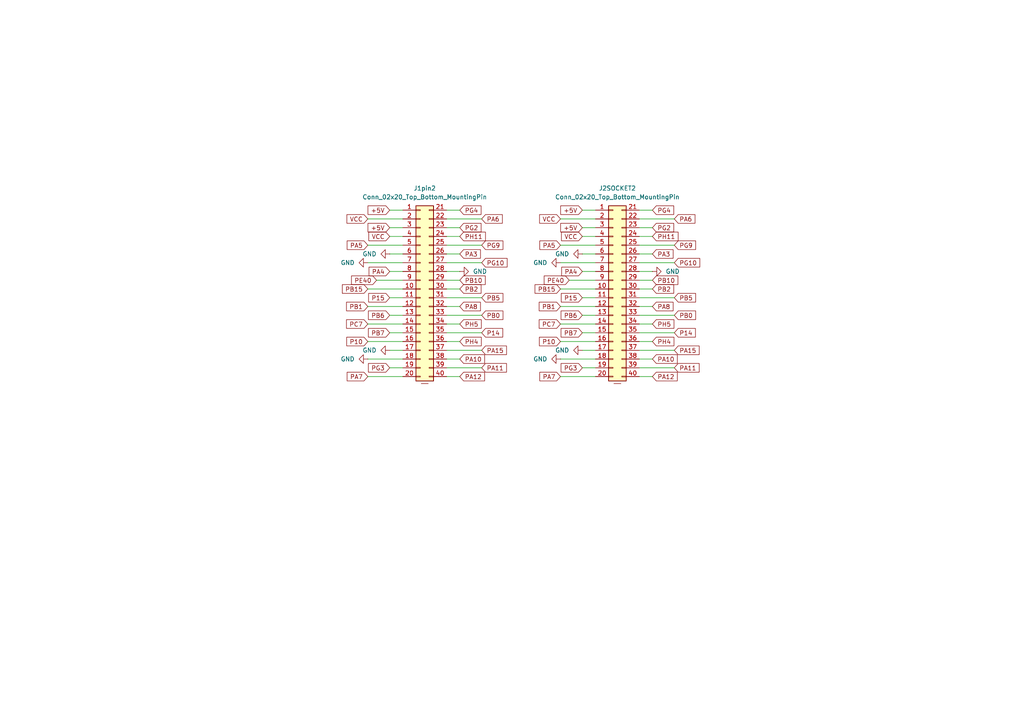
<source format=kicad_sch>
(kicad_sch (version 20250114) (generator "eeschema") (generator_version "9.0")
  (paper "A4")
  (lib_symbols
    (symbol "Conn_02x20_Top_Bottom_MountingPin_1" (pin_names (offset 1.016) (hide yes))
      (property "Reference" "J1pin1" (at 1.27 29.21 0))
      (property "Value" "Conn_02x20_Top_Bottom_MountingPin" (at 1.27 26.67 0))
      (symbol "Conn_02x20_Top_Bottom_MountingPin_1_1_1"
        (rectangle (start -1.27 24.13) (end 3.81 -26.67) (stroke (width 0.254)) (fill (type background)))
        (rectangle (start -1.27 22.987) (end 0 22.733) (stroke (width 0.1524)))
        (rectangle (start -1.27 20.447) (end 0 20.193) (stroke (width 0.1524)))
        (rectangle (start -1.27 17.907) (end 0 17.653) (stroke (width 0.1524)))
        (rectangle (start -1.27 15.367) (end 0 15.113) (stroke (width 0.1524)))
        (rectangle (start -1.27 12.827) (end 0 12.573) (stroke (width 0.1524)))
        (rectangle (start -1.27 10.287) (end 0 10.033) (stroke (width 0.1524)))
        (rectangle (start -1.27 7.747) (end 0 7.493) (stroke (width 0.1524)))
        (rectangle (start -1.27 5.207) (end 0 4.953) (stroke (width 0.1524)))
        (rectangle (start -1.27 2.667) (end 0 2.413) (stroke (width 0.1524)))
        (rectangle (start -1.27 0.127) (end 0 -0.127) (stroke (width 0.1524)))
        (rectangle (start -1.27 -2.413) (end 0 -2.667) (stroke (width 0.1524)))
        (rectangle (start -1.27 -4.953) (end 0 -5.207) (stroke (width 0.1524)))
        (rectangle (start -1.27 -7.493) (end 0 -7.747) (stroke (width 0.1524)))
        (rectangle (start -1.27 -10.033) (end 0 -10.287) (stroke (width 0.1524)))
        (rectangle (start -1.27 -12.573) (end 0 -12.827) (stroke (width 0.1524)))
        (rectangle (start -1.27 -15.113) (end 0 -15.367) (stroke (width 0.1524)))
        (rectangle (start -1.27 -17.653) (end 0 -17.907) (stroke (width 0.1524)))
        (rectangle (start -1.27 -20.193) (end 0 -20.447) (stroke (width 0.1524)))
        (rectangle (start -1.27 -22.733) (end 0 -22.987) (stroke (width 0.1524)))
        (rectangle (start -1.27 -25.273) (end 0 -25.527) (stroke (width 0.1524)))
        (polyline (pts (xy 0.254 -27.432) (xy 2.286 -27.432)) (stroke (width 0.1524)))
        (rectangle (start 3.81 22.987) (end 2.54 22.733) (stroke (width 0.1524)))
        (rectangle (start 3.81 20.447) (end 2.54 20.193) (stroke (width 0.1524)))
        (rectangle (start 3.81 17.907) (end 2.54 17.653) (stroke (width 0.1524)))
        (rectangle (start 3.81 15.367) (end 2.54 15.113) (stroke (width 0.1524)))
        (rectangle (start 3.81 12.827) (end 2.54 12.573) (stroke (width 0.1524)))
        (rectangle (start 3.81 10.287) (end 2.54 10.033) (stroke (width 0.1524)))
        (rectangle (start 3.81 7.747) (end 2.54 7.493) (stroke (width 0.1524)))
        (rectangle (start 3.81 5.207) (end 2.54 4.953) (stroke (width 0.1524)))
        (rectangle (start 3.81 2.667) (end 2.54 2.413) (stroke (width 0.1524)))
        (rectangle (start 3.81 0.127) (end 2.54 -0.127) (stroke (width 0.1524)))
        (rectangle (start 3.81 -2.413) (end 2.54 -2.667) (stroke (width 0.1524)))
        (rectangle (start 3.81 -4.953) (end 2.54 -5.207) (stroke (width 0.1524)))
        (rectangle (start 3.81 -7.493) (end 2.54 -7.747) (stroke (width 0.1524)))
        (rectangle (start 3.81 -10.033) (end 2.54 -10.287) (stroke (width 0.1524)))
        (rectangle (start 3.81 -12.573) (end 2.54 -12.827) (stroke (width 0.1524)))
        (rectangle (start 3.81 -15.113) (end 2.54 -15.367) (stroke (width 0.1524)))
        (rectangle (start 3.81 -17.653) (end 2.54 -17.907) (stroke (width 0.1524)))
        (rectangle (start 3.81 -20.193) (end 2.54 -20.447) (stroke (width 0.1524)))
        (rectangle (start 3.81 -22.733) (end 2.54 -22.987) (stroke (width 0.1524)))
        (rectangle (start 3.81 -25.273) (end 2.54 -25.527) (stroke (width 0.1524)))
        (pin passive line (at -5.08 22.86 0) (length 3.81) (name "Pin_1") (number "1"))
        (pin passive line (at -5.08 20.32 0) (length 3.81) (name "Pin_2") (number "2"))
        (pin passive line (at -5.08 17.78 0) (length 3.81) (name "Pin_3") (number "3"))
        (pin passive line (at -5.08 15.24 0) (length 3.81) (name "Pin_4") (number "4"))
        (pin passive line (at -5.08 12.7 0) (length 3.81) (name "Pin_5") (number "5"))
        (pin passive line (at -5.08 10.16 0) (length 3.81) (name "Pin_6") (number "6"))
        (pin passive line (at -5.08 7.62 0) (length 3.81) (name "Pin_7") (number "7"))
        (pin passive line (at -5.08 5.08 0) (length 3.81) (name "Pin_8") (number "8"))
        (pin passive line (at -5.08 2.54 0) (length 3.81) (name "Pin_9") (number "9"))
        (pin passive line (at -5.08 0 0) (length 3.81) (name "Pin_10") (number "10"))
        (pin passive line (at -5.08 -2.54 0) (length 3.81) (name "Pin_11") (number "11"))
        (pin passive line (at -5.08 -5.08 0) (length 3.81) (name "Pin_12") (number "12"))
        (pin passive line (at -5.08 -7.62 0) (length 3.81) (name "Pin_13") (number "13"))
        (pin passive line (at -5.08 -10.16 0) (length 3.81) (name "Pin_14") (number "14"))
        (pin passive line (at -5.08 -12.7 0) (length 3.81) (name "Pin_15") (number "15"))
        (pin passive line (at -5.08 -15.24 0) (length 3.81) (name "Pin_16") (number "16"))
        (pin passive line (at -5.08 -17.78 0) (length 3.81) (name "Pin_17") (number "17"))
        (pin passive line (at -5.08 -20.32 0) (length 3.81) (name "Pin_18") (number "18"))
        (pin passive line (at -5.08 -22.86 0) (length 3.81) (name "Pin_19") (number "19"))
        (pin passive line (at -5.08 -25.4 0) (length 3.81) (name "Pin_20") (number "20"))
        (pin passive line (at 7.62 22.86 180) (length 3.81) (name "Pin_21") (number "21"))
        (pin passive line (at 7.62 20.32 180) (length 3.81) (name "Pin_22") (number "22"))
        (pin passive line (at 7.62 17.78 180) (length 3.81) (name "Pin_23") (number "23"))
        (pin passive line (at 7.62 15.24 180) (length 3.81) (name "Pin_24") (number "24"))
        (pin passive line (at 7.62 12.7 180) (length 3.81) (name "Pin_25") (number "25"))
        (pin passive line (at 7.62 10.16 180) (length 3.81) (name "Pin_26") (number "26"))
        (pin passive line (at 7.62 7.62 180) (length 3.81) (name "Pin_27") (number "27"))
        (pin passive line (at 7.62 5.08 180) (length 3.81) (name "Pin_28") (number "28"))
        (pin passive line (at 7.62 2.54 180) (length 3.81) (name "Pin_29") (number "29"))
        (pin passive line (at 7.62 0 180) (length 3.81) (name "Pin_30") (number "30"))
        (pin passive line (at 7.62 -2.54 180) (length 3.81) (name "Pin_31") (number "31"))
        (pin passive line (at 7.62 -5.08 180) (length 3.81) (name "Pin_32") (number "32"))
        (pin passive line (at 7.62 -7.62 180) (length 3.81) (name "Pin_33") (number "33"))
        (pin passive line (at 7.62 -10.16 180) (length 3.81) (name "Pin_34") (number "34"))
        (pin passive line (at 7.62 -12.7 180) (length 3.81) (name "Pin_35") (number "35"))
        (pin passive line (at 7.62 -15.24 180) (length 3.81) (name "Pin_36") (number "36"))
        (pin passive line (at 7.62 -17.78 180) (length 3.81) (name "Pin_37") (number "37"))
        (pin passive line (at 7.62 -20.32 180) (length 3.81) (name "Pin_38") (number "38"))
        (pin passive line (at 7.62 -22.86 180) (length 3.81) (name "Pin_39") (number "39"))
        (pin passive line (at 7.62 -25.4 180) (length 3.81) (name "Pin_40") (number "40"))
      )
    )
    (symbol "power:GND" (power) (pin_numbers (hide yes)) (pin_names (offset 0) (hide yes))
      (property "Value" "GND" (at 0 -3.81 0))
      (symbol "GND_0_1"
        (polyline (pts (xy 0 0) (xy 0 -1.27) (xy 1.27 -1.27) (xy 0 -2.54) (xy -1.27 -1.27) (xy 0 -1.27)))
      )
      (symbol "GND_1_1"
        (pin power_in line (at 0 0 270) (length 0) (name "~") (number "1"))
      )
    )
  )
  (wire (pts (xy 185.42 106.68) (xy 195.58 106.68)))
  (wire (pts (xy 113.03 101.6) (xy 116.84 101.6)))
  (wire (pts (xy 129.54 83.82) (xy 133.35 83.82)))
  (wire (pts (xy 168.91 73.66) (xy 172.72 73.66)))
  (wire (pts (xy 162.56 63.5) (xy 172.72 63.5)))
  (wire (pts (xy 106.68 93.98) (xy 116.84 93.98)))
  (wire (pts (xy 162.56 76.2) (xy 172.72 76.2)))
  (wire (pts (xy 106.68 88.9) (xy 116.84 88.9)))
  (wire (pts (xy 106.68 104.14) (xy 116.84 104.14)))
  (wire (pts (xy 113.03 68.58) (xy 116.84 68.58)))
  (wire (pts (xy 113.03 91.44) (xy 116.84 91.44)))
  (wire (pts (xy 129.54 106.68) (xy 139.7 106.68)))
  (wire (pts (xy 162.56 93.98) (xy 172.72 93.98)))
  (wire (pts (xy 129.54 96.52) (xy 139.7 96.52)))
  (wire (pts (xy 185.42 91.44) (xy 195.58 91.44)))
  (wire (pts (xy 185.42 66.04) (xy 189.23 66.04)))
  (wire (pts (xy 129.54 73.66) (xy 133.35 73.66)))
  (wire (pts (xy 113.03 78.74) (xy 116.84 78.74)))
  (wire (pts (xy 168.91 91.44) (xy 172.72 91.44)))
  (wire (pts (xy 129.54 76.2) (xy 139.7 76.2)))
  (wire (pts (xy 185.42 99.06) (xy 189.23 99.06)))
  (wire (pts (xy 185.42 88.9) (xy 189.23 88.9)))
  (wire (pts (xy 162.56 88.9) (xy 172.72 88.9)))
  (wire (pts (xy 129.54 109.22) (xy 133.35 109.22)))
  (wire (pts (xy 162.56 99.06) (xy 172.72 99.06)))
  (wire (pts (xy 113.03 86.36) (xy 116.84 86.36)))
  (wire (pts (xy 106.68 109.22) (xy 116.84 109.22)))
  (wire (pts (xy 129.54 104.14) (xy 133.35 104.14)))
  (wire (pts (xy 162.56 109.22) (xy 172.72 109.22)))
  (wire (pts (xy 185.42 73.66) (xy 189.23 73.66)))
  (wire (pts (xy 185.42 109.22) (xy 189.23 109.22)))
  (wire (pts (xy 185.42 76.2) (xy 195.58 76.2)))
  (wire (pts (xy 168.91 106.68) (xy 172.72 106.68)))
  (wire (pts (xy 113.03 73.66) (xy 116.84 73.66)))
  (wire (pts (xy 168.91 68.58) (xy 172.72 68.58)))
  (wire (pts (xy 129.54 68.58) (xy 133.35 68.58)))
  (wire (pts (xy 129.54 63.5) (xy 139.7 63.5)))
  (wire (pts (xy 129.54 99.06) (xy 133.35 99.06)))
  (wire (pts (xy 168.91 86.36) (xy 172.72 86.36)))
  (wire (pts (xy 106.68 99.06) (xy 116.84 99.06)))
  (wire (pts (xy 168.91 101.6) (xy 172.72 101.6)))
  (wire (pts (xy 129.54 78.74) (xy 133.35 78.74)))
  (wire (pts (xy 185.42 63.5) (xy 195.58 63.5)))
  (wire (pts (xy 162.56 71.12) (xy 172.72 71.12)))
  (wire (pts (xy 185.42 60.96) (xy 189.23 60.96)))
  (wire (pts (xy 185.42 78.74) (xy 189.23 78.74)))
  (wire (pts (xy 185.42 101.6) (xy 195.58 101.6)))
  (wire (pts (xy 113.03 106.68) (xy 116.84 106.68)))
  (wire (pts (xy 129.54 93.98) (xy 133.35 93.98)))
  (wire (pts (xy 129.54 86.36) (xy 139.7 86.36)))
  (wire (pts (xy 165.1 81.28) (xy 172.72 81.28)))
  (wire (pts (xy 129.54 66.04) (xy 133.35 66.04)))
  (wire (pts (xy 185.42 81.28) (xy 189.23 81.28)))
  (wire (pts (xy 129.54 91.44) (xy 139.7 91.44)))
  (wire (pts (xy 106.68 71.12) (xy 116.84 71.12)))
  (wire (pts (xy 168.91 78.74) (xy 172.72 78.74)))
  (wire (pts (xy 185.42 83.82) (xy 189.23 83.82)))
  (wire (pts (xy 109.22 81.28) (xy 116.84 81.28)))
  (wire (pts (xy 168.91 60.96) (xy 172.72 60.96)))
  (wire (pts (xy 106.68 63.5) (xy 116.84 63.5)))
  (wire (pts (xy 129.54 88.9) (xy 133.35 88.9)))
  (wire (pts (xy 129.54 101.6) (xy 139.7 101.6)))
  (wire (pts (xy 129.54 81.28) (xy 133.35 81.28)))
  (wire (pts (xy 162.56 104.14) (xy 172.72 104.14)))
  (wire (pts (xy 129.54 71.12) (xy 139.7 71.12)))
  (wire (pts (xy 106.68 83.82) (xy 116.84 83.82)))
  (wire (pts (xy 129.54 60.96) (xy 133.35 60.96)))
  (wire (pts (xy 113.03 60.96) (xy 116.84 60.96)))
  (wire (pts (xy 185.42 93.98) (xy 189.23 93.98)))
  (wire (pts (xy 185.42 86.36) (xy 195.58 86.36)))
  (wire (pts (xy 185.42 71.12) (xy 195.58 71.12)))
  (wire (pts (xy 185.42 104.14) (xy 189.23 104.14)))
  (wire (pts (xy 113.03 96.52) (xy 116.84 96.52)))
  (wire (pts (xy 168.91 66.04) (xy 172.72 66.04)))
  (wire (pts (xy 106.68 76.2) (xy 116.84 76.2)))
  (wire (pts (xy 185.42 96.52) (xy 195.58 96.52)))
  (wire (pts (xy 113.03 66.04) (xy 116.84 66.04)))
  (wire (pts (xy 162.56 83.82) (xy 172.72 83.82)))
  (wire (pts (xy 185.42 68.58) (xy 189.23 68.58)))
  (wire (pts (xy 168.91 96.52) (xy 172.72 96.52)))
  (label "" (at 171.45 60.96 0))
  (global_label "PA5" (shape input) (at 162.56 71.12 180) (property "Intersheetrefs" "${INTERSHEET_REFS}" (effects (hide yes))))
  (global_label "PB10" (shape input) (at 133.35 81.28 0) (property "Intersheetrefs" "${INTERSHEET_REFS}" (effects (hide yes))))
  (global_label "P15" (shape input) (at 168.91 86.36 180) (property "Intersheetrefs" "${INTERSHEET_REFS}" (effects (hide yes))))
  (global_label "PB5" (shape input) (at 139.7 86.36 0) (property "Intersheetrefs" "${INTERSHEET_REFS}" (effects (hide yes))))
  (global_label "PE40" (shape input) (at 109.22 81.28 180) (property "Intersheetrefs" "${INTERSHEET_REFS}" (effects (hide yes))))
  (global_label "PB0" (shape input) (at 195.58 91.44 0) (property "Intersheetrefs" "${INTERSHEET_REFS}" (effects (hide yes))))
  (global_label "PG3" (shape input) (at 113.03 106.68 180) (property "Intersheetrefs" "${INTERSHEET_REFS}" (effects (hide yes))))
  (global_label "P14" (shape input) (at 139.7 96.52 0) (property "Intersheetrefs" "${INTERSHEET_REFS}" (effects (hide yes))))
  (global_label "PB15" (shape input) (at 106.68 83.82 180) (property "Intersheetrefs" "${INTERSHEET_REFS}" (effects (hide yes))))
  (global_label "PA4" (shape input) (at 168.91 78.74 180) (property "Intersheetrefs" "${INTERSHEET_REFS}" (effects (hide yes))))
  (global_label "PH11" (shape input) (at 189.23 68.58 0) (property "Intersheetrefs" "${INTERSHEET_REFS}" (effects (hide yes))))
  (global_label "PH4" (shape input) (at 189.23 99.06 0) (property "Intersheetrefs" "${INTERSHEET_REFS}" (effects (hide yes))))
  (global_label "PG10" (shape input) (at 139.7 76.2 0) (property "Intersheetrefs" "${INTERSHEET_REFS}" (effects (hide yes))))
  (global_label "PA3" (shape input) (at 133.35 73.66 0) (property "Intersheetrefs" "${INTERSHEET_REFS}" (effects (hide yes))))
  (global_label "PA8" (shape input) (at 189.23 88.9 0) (property "Intersheetrefs" "${INTERSHEET_REFS}" (effects (hide yes))))
  (global_label "PA7" (shape input) (at 106.68 109.22 180) (property "Intersheetrefs" "${INTERSHEET_REFS}" (effects (hide yes))))
  (global_label "+5V" (shape input) (at 168.91 66.04 180) (property "Intersheetrefs" "${INTERSHEET_REFS}" (effects (hide yes))))
  (global_label "PA4" (shape input) (at 113.03 78.74 180) (property "Intersheetrefs" "${INTERSHEET_REFS}" (effects (hide yes))))
  (global_label "PA12" (shape input) (at 189.23 109.22 0) (property "Intersheetrefs" "${INTERSHEET_REFS}" (effects (hide yes))))
  (global_label "PA15" (shape input) (at 139.7 101.6 0) (property "Intersheetrefs" "${INTERSHEET_REFS}" (effects (hide yes))))
  (global_label "PH5" (shape input) (at 133.35 93.98 0) (property "Intersheetrefs" "${INTERSHEET_REFS}" (effects (hide yes))))
  (global_label "PB2" (shape input) (at 189.23 83.82 0) (property "Intersheetrefs" "${INTERSHEET_REFS}" (effects (hide yes))))
  (global_label "PB0" (shape input) (at 139.7 91.44 0) (property "Intersheetrefs" "${INTERSHEET_REFS}" (effects (hide yes))))
  (global_label "PG3" (shape input) (at 168.91 106.68 180) (property "Intersheetrefs" "${INTERSHEET_REFS}" (effects (hide yes))))
  (global_label "PB7" (shape input) (at 168.91 96.52 180) (property "Intersheetrefs" "${INTERSHEET_REFS}" (effects (hide yes))))
  (global_label "PH11" (shape input) (at 133.35 68.58 0) (property "Intersheetrefs" "${INTERSHEET_REFS}" (effects (hide yes))))
  (global_label "PC7" (shape input) (at 106.68 93.98 180) (property "Intersheetrefs" "${INTERSHEET_REFS}" (effects (hide yes))))
  (global_label "PB1" (shape input) (at 106.68 88.9 180) (property "Intersheetrefs" "${INTERSHEET_REFS}" (effects (hide yes))))
  (global_label "PB6" (shape input) (at 113.03 91.44 180) (property "Intersheetrefs" "${INTERSHEET_REFS}" (effects (hide yes))))
  (global_label "PA5" (shape input) (at 106.68 71.12 180) (property "Intersheetrefs" "${INTERSHEET_REFS}" (effects (hide yes))))
  (global_label "PG9" (shape input) (at 139.7 71.12 0) (property "Intersheetrefs" "${INTERSHEET_REFS}" (effects (hide yes))))
  (global_label "PG2" (shape input) (at 133.35 66.04 0) (property "Intersheetrefs" "${INTERSHEET_REFS}" (effects (hide yes))))
  (global_label "PA11" (shape input) (at 139.7 106.68 0) (property "Intersheetrefs" "${INTERSHEET_REFS}" (effects (hide yes))))
  (global_label "PA10" (shape input) (at 133.35 104.14 0) (property "Intersheetrefs" "${INTERSHEET_REFS}" (effects (hide yes))))
  (global_label "P15" (shape input) (at 113.03 86.36 180) (property "Intersheetrefs" "${INTERSHEET_REFS}" (effects (hide yes))))
  (global_label "+5V" (shape input) (at 113.03 66.04 180) (property "Intersheetrefs" "${INTERSHEET_REFS}" (effects (hide yes))))
  (global_label "P14" (shape input) (at 195.58 96.52 0) (property "Intersheetrefs" "${INTERSHEET_REFS}" (effects (hide yes))))
  (global_label "+5V" (shape input) (at 168.91 60.96 180) (property "Intersheetrefs" "${INTERSHEET_REFS}" (effects (hide yes))))
  (global_label "PG9" (shape input) (at 195.58 71.12 0) (property "Intersheetrefs" "${INTERSHEET_REFS}" (effects (hide yes))))
  (global_label "PA6" (shape input) (at 195.58 63.5 0) (property "Intersheetrefs" "${INTERSHEET_REFS}" (effects (hide yes))))
  (global_label "PA6" (shape input) (at 139.7 63.5 0) (property "Intersheetrefs" "${INTERSHEET_REFS}" (effects (hide yes))))
  (global_label "PA8" (shape input) (at 133.35 88.9 0) (property "Intersheetrefs" "${INTERSHEET_REFS}" (effects (hide yes))))
  (global_label "PB1" (shape input) (at 162.56 88.9 180) (property "Intersheetrefs" "${INTERSHEET_REFS}" (effects (hide yes))))
  (global_label "PA15" (shape input) (at 195.58 101.6 0) (property "Intersheetrefs" "${INTERSHEET_REFS}" (effects (hide yes))))
  (global_label "PE40" (shape input) (at 165.1 81.28 180) (property "Intersheetrefs" "${INTERSHEET_REFS}" (effects (hide yes))))
  (global_label "PB7" (shape input) (at 113.03 96.52 180) (property "Intersheetrefs" "${INTERSHEET_REFS}" (effects (hide yes))))
  (global_label "PB5" (shape input) (at 195.58 86.36 0) (property "Intersheetrefs" "${INTERSHEET_REFS}" (effects (hide yes))))
  (global_label "PA10" (shape input) (at 189.23 104.14 0) (property "Intersheetrefs" "${INTERSHEET_REFS}" (effects (hide yes))))
  (global_label "PH4" (shape input) (at 133.35 99.06 0) (property "Intersheetrefs" "${INTERSHEET_REFS}" (effects (hide yes))))
  (global_label "PG10" (shape input) (at 195.58 76.2 0) (property "Intersheetrefs" "${INTERSHEET_REFS}" (effects (hide yes))))
  (global_label "PB6" (shape input) (at 168.91 91.44 180) (property "Intersheetrefs" "${INTERSHEET_REFS}" (effects (hide yes))))
  (global_label "PG2" (shape input) (at 189.23 66.04 0) (property "Intersheetrefs" "${INTERSHEET_REFS}" (effects (hide yes))))
  (global_label "PA11" (shape input) (at 195.58 106.68 0) (property "Intersheetrefs" "${INTERSHEET_REFS}" (effects (hide yes))))
  (global_label "PG4" (shape input) (at 133.35 60.96 0) (property "Intersheetrefs" "${INTERSHEET_REFS}" (effects (hide yes))))
  (global_label "PA12" (shape input) (at 133.35 109.22 0) (property "Intersheetrefs" "${INTERSHEET_REFS}" (effects (hide yes))))
  (global_label "VCC" (shape input) (at 106.68 63.5 180) (property "Intersheetrefs" "${INTERSHEET_REFS}" (effects (hide yes))))
  (global_label "PH5" (shape input) (at 189.23 93.98 0) (property "Intersheetrefs" "${INTERSHEET_REFS}" (effects (hide yes))))
  (global_label "PC7" (shape input) (at 162.56 93.98 180) (property "Intersheetrefs" "${INTERSHEET_REFS}" (effects (hide yes))))
  (global_label "VCC" (shape input) (at 162.56 63.5 180) (property "Intersheetrefs" "${INTERSHEET_REFS}" (effects (hide yes))))
  (global_label "PB10" (shape input) (at 189.23 81.28 0) (property "Intersheetrefs" "${INTERSHEET_REFS}" (effects (hide yes))))
  (global_label "PB2" (shape input) (at 133.35 83.82 0) (property "Intersheetrefs" "${INTERSHEET_REFS}" (effects (hide yes))))
  (global_label "VCC" (shape input) (at 113.03 68.58 180) (property "Intersheetrefs" "${INTERSHEET_REFS}" (effects (hide yes))))
  (global_label "PG4" (shape input) (at 189.23 60.96 0) (property "Intersheetrefs" "${INTERSHEET_REFS}" (effects (hide yes))))
  (global_label "P10" (shape input) (at 162.56 99.06 180) (property "Intersheetrefs" "${INTERSHEET_REFS}" (effects (hide yes))))
  (global_label "VCC" (shape input) (at 168.91 68.58 180) (property "Intersheetrefs" "${INTERSHEET_REFS}" (effects (hide yes))))
  (global_label "PA7" (shape input) (at 162.56 109.22 180) (property "Intersheetrefs" "${INTERSHEET_REFS}" (effects (hide yes))))
  (global_label "P10" (shape input) (at 106.68 99.06 180) (property "Intersheetrefs" "${INTERSHEET_REFS}" (effects (hide yes))))
  (global_label "+5V" (shape input) (at 113.03 60.96 180) (property "Intersheetrefs" "${INTERSHEET_REFS}" (effects (hide yes))))
  (global_label "PA3" (shape input) (at 189.23 73.66 0) (property "Intersheetrefs" "${INTERSHEET_REFS}" (effects (hide yes))))
  (global_label "PB15" (shape input) (at 162.56 83.82 180) (property "Intersheetrefs" "${INTERSHEET_REFS}" (effects (hide yes))))
  (symbol (lib_name "Conn_02x20_Top_Bottom_MountingPin_1") (lib_id "Connector_Generic_MountingPin:Conn_02x20_Top_Bottom_MountingPin") (at 121.92 83.82 0) (unit 1)
    (property "Reference" "J1pin2" (at 123.19 54.61 0))
    (property "Value" "Conn_02x20_Top_Bottom_MountingPin" (at 123.19 57.15 0))
    (property "Footprint" "Connector_PinHeader_1.27mm:PinHeader_2x20_P1.27mm_Vertical" (effects (hide yes)))
    (property "Description" "Generic connectable mounting pin connector, double row, 02x20, top/bottom pin numbering scheme (row 1: 1...pins_per_row, row2: pins_per_row+1 ... num_pins), script generated (kicad-library-utils/schlib/autogen/connector/)" (effects (hide yes)))
  )
  (symbol (lib_id "power:GND") (at 106.68 76.2 270) (unit 1)
    (property "Reference" "#PWR012" (effects (hide yes)))
    (property "Value" "GND" (at 102.87 76.1999 90) (effects (justify right)))
    (property "Description" "Power symbol creates a global label with name \"GND\" , ground" (effects (hide yes)))
  )
  (symbol (lib_name "Conn_02x20_Top_Bottom_MountingPin_1") (lib_id "Connector_Generic_MountingPin:Conn_02x20_Top_Bottom_MountingPin") (at 177.8 83.82 0) (unit 1)
    (property "Reference" "J2SOCKET2" (at 179.07 54.61 0))
    (property "Value" "Conn_02x20_Top_Bottom_MountingPin" (at 179.07 57.15 0))
    (property "Footprint" "Connector_PinHeader_1.27mm:PinHeader_2x20_P1.27mm_Vertical" (effects (hide yes)))
    (property "Description" "Generic connectable mounting pin connector, double row, 02x20, top/bottom pin numbering scheme (row 1: 1...pins_per_row, row2: pins_per_row+1 ... num_pins), script generated (kicad-library-utils/schlib/autogen/connector/)" (effects (hide yes)))
  )
  (symbol (lib_id "power:GND") (at 133.35 78.74 90) (unit 1)
    (property "Reference" "#PWR033" (effects (hide yes)))
    (property "Value" "GND" (at 137.16 78.7399 90) (effects (justify right)))
    (property "Description" "Power symbol creates a global label with name \"GND\" , ground" (effects (hide yes)))
  )
  (symbol (lib_id "power:GND") (at 162.56 76.2 270) (unit 1)
    (property "Reference" "#PWR034" (effects (hide yes)))
    (property "Value" "GND" (at 158.75 76.1999 90) (effects (justify right)))
    (property "Description" "Power symbol creates a global label with name \"GND\" , ground" (effects (hide yes)))
  )
  (symbol (lib_id "power:GND") (at 162.56 104.14 270) (unit 1)
    (property "Reference" "#PWR035" (effects (hide yes)))
    (property "Value" "GND" (at 158.75 104.1399 90) (effects (justify right)))
    (property "Description" "Power symbol creates a global label with name \"GND\" , ground" (effects (hide yes)))
  )
  (symbol (lib_id "power:GND") (at 113.03 101.6 270) (unit 1)
    (property "Reference" "#PWR028" (effects (hide yes)))
    (property "Value" "GND" (at 109.22 101.5999 90) (effects (justify right)))
    (property "Description" "Power symbol creates a global label with name \"GND\" , ground" (effects (hide yes)))
  )
  (symbol (lib_id "power:GND") (at 106.68 104.14 270) (unit 1)
    (property "Reference" "#PWR026" (effects (hide yes)))
    (property "Value" "GND" (at 102.87 104.1399 90) (effects (justify right)))
    (property "Description" "Power symbol creates a global label with name \"GND\" , ground" (effects (hide yes)))
  )
  (symbol (lib_id "power:GND") (at 113.03 73.66 270) (unit 1)
    (property "Reference" "#PWR027" (effects (hide yes)))
    (property "Value" "GND" (at 109.22 73.6599 90) (effects (justify right)))
    (property "Description" "Power symbol creates a global label with name \"GND\" , ground" (effects (hide yes)))
  )
  (symbol (lib_id "power:GND") (at 189.23 78.74 90) (unit 1)
    (property "Reference" "#PWR038" (effects (hide yes)))
    (property "Value" "GND" (at 193.04 78.7399 90) (effects (justify right)))
    (property "Description" "Power symbol creates a global label with name \"GND\" , ground" (effects (hide yes)))
  )
  (symbol (lib_id "power:GND") (at 168.91 73.66 270) (unit 1)
    (property "Reference" "#PWR036" (effects (hide yes)))
    (property "Value" "GND" (at 165.1 73.6599 90) (effects (justify right)))
    (property "Description" "Power symbol creates a global label with name \"GND\" , ground" (effects (hide yes)))
  )
  (symbol (lib_id "power:GND") (at 168.91 101.6 270) (unit 1)
    (property "Reference" "#PWR037" (effects (hide yes)))
    (property "Value" "GND" (at 165.1 101.5999 90) (effects (justify right)))
    (property "Description" "Power symbol creates a global label with name \"GND\" , ground" (effects (hide yes)))
  )
)
</source>
